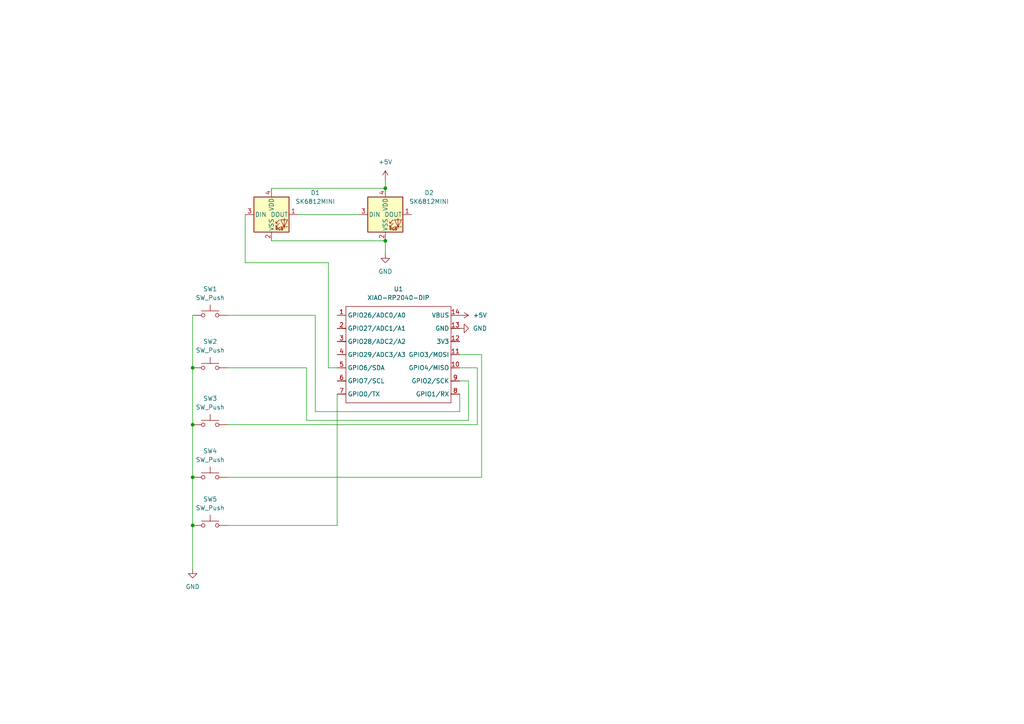
<source format=kicad_sch>
(kicad_sch
	(version 20231120)
	(generator "eeschema")
	(generator_version "8.0")
	(uuid "71bd4eae-b621-4792-984a-f67afe358453")
	(paper "A4")
	(lib_symbols
		(symbol "LED:SK6812MINI"
			(pin_names
				(offset 0.254)
			)
			(exclude_from_sim no)
			(in_bom yes)
			(on_board yes)
			(property "Reference" "D"
				(at 5.08 5.715 0)
				(effects
					(font
						(size 1.27 1.27)
					)
					(justify right bottom)
				)
			)
			(property "Value" "SK6812MINI"
				(at 1.27 -5.715 0)
				(effects
					(font
						(size 1.27 1.27)
					)
					(justify left top)
				)
			)
			(property "Footprint" "LED_SMD:LED_SK6812MINI_PLCC4_3.5x3.5mm_P1.75mm"
				(at 1.27 -7.62 0)
				(effects
					(font
						(size 1.27 1.27)
					)
					(justify left top)
					(hide yes)
				)
			)
			(property "Datasheet" "https://cdn-shop.adafruit.com/product-files/2686/SK6812MINI_REV.01-1-2.pdf"
				(at 2.54 -9.525 0)
				(effects
					(font
						(size 1.27 1.27)
					)
					(justify left top)
					(hide yes)
				)
			)
			(property "Description" "RGB LED with integrated controller"
				(at 0 0 0)
				(effects
					(font
						(size 1.27 1.27)
					)
					(hide yes)
				)
			)
			(property "ki_keywords" "RGB LED NeoPixel Mini addressable"
				(at 0 0 0)
				(effects
					(font
						(size 1.27 1.27)
					)
					(hide yes)
				)
			)
			(property "ki_fp_filters" "LED*SK6812MINI*PLCC*3.5x3.5mm*P1.75mm*"
				(at 0 0 0)
				(effects
					(font
						(size 1.27 1.27)
					)
					(hide yes)
				)
			)
			(symbol "SK6812MINI_0_0"
				(text "RGB"
					(at 2.286 -4.191 0)
					(effects
						(font
							(size 0.762 0.762)
						)
					)
				)
			)
			(symbol "SK6812MINI_0_1"
				(polyline
					(pts
						(xy 1.27 -3.556) (xy 1.778 -3.556)
					)
					(stroke
						(width 0)
						(type default)
					)
					(fill
						(type none)
					)
				)
				(polyline
					(pts
						(xy 1.27 -2.54) (xy 1.778 -2.54)
					)
					(stroke
						(width 0)
						(type default)
					)
					(fill
						(type none)
					)
				)
				(polyline
					(pts
						(xy 4.699 -3.556) (xy 2.667 -3.556)
					)
					(stroke
						(width 0)
						(type default)
					)
					(fill
						(type none)
					)
				)
				(polyline
					(pts
						(xy 2.286 -2.54) (xy 1.27 -3.556) (xy 1.27 -3.048)
					)
					(stroke
						(width 0)
						(type default)
					)
					(fill
						(type none)
					)
				)
				(polyline
					(pts
						(xy 2.286 -1.524) (xy 1.27 -2.54) (xy 1.27 -2.032)
					)
					(stroke
						(width 0)
						(type default)
					)
					(fill
						(type none)
					)
				)
				(polyline
					(pts
						(xy 3.683 -1.016) (xy 3.683 -3.556) (xy 3.683 -4.064)
					)
					(stroke
						(width 0)
						(type default)
					)
					(fill
						(type none)
					)
				)
				(polyline
					(pts
						(xy 4.699 -1.524) (xy 2.667 -1.524) (xy 3.683 -3.556) (xy 4.699 -1.524)
					)
					(stroke
						(width 0)
						(type default)
					)
					(fill
						(type none)
					)
				)
				(rectangle
					(start 5.08 5.08)
					(end -5.08 -5.08)
					(stroke
						(width 0.254)
						(type default)
					)
					(fill
						(type background)
					)
				)
			)
			(symbol "SK6812MINI_1_1"
				(pin output line
					(at 7.62 0 180)
					(length 2.54)
					(name "DOUT"
						(effects
							(font
								(size 1.27 1.27)
							)
						)
					)
					(number "1"
						(effects
							(font
								(size 1.27 1.27)
							)
						)
					)
				)
				(pin power_in line
					(at 0 -7.62 90)
					(length 2.54)
					(name "VSS"
						(effects
							(font
								(size 1.27 1.27)
							)
						)
					)
					(number "2"
						(effects
							(font
								(size 1.27 1.27)
							)
						)
					)
				)
				(pin input line
					(at -7.62 0 0)
					(length 2.54)
					(name "DIN"
						(effects
							(font
								(size 1.27 1.27)
							)
						)
					)
					(number "3"
						(effects
							(font
								(size 1.27 1.27)
							)
						)
					)
				)
				(pin power_in line
					(at 0 7.62 270)
					(length 2.54)
					(name "VDD"
						(effects
							(font
								(size 1.27 1.27)
							)
						)
					)
					(number "4"
						(effects
							(font
								(size 1.27 1.27)
							)
						)
					)
				)
			)
		)
		(symbol "OPL:XIAO-RP2040-DIP"
			(exclude_from_sim no)
			(in_bom yes)
			(on_board yes)
			(property "Reference" "U"
				(at 0 0 0)
				(effects
					(font
						(size 1.27 1.27)
					)
				)
			)
			(property "Value" "XIAO-RP2040-DIP"
				(at 5.334 -1.778 0)
				(effects
					(font
						(size 1.27 1.27)
					)
				)
			)
			(property "Footprint" "Module:MOUDLE14P-XIAO-DIP-SMD"
				(at 14.478 -32.258 0)
				(effects
					(font
						(size 1.27 1.27)
					)
					(hide yes)
				)
			)
			(property "Datasheet" ""
				(at 0 0 0)
				(effects
					(font
						(size 1.27 1.27)
					)
					(hide yes)
				)
			)
			(property "Description" ""
				(at 0 0 0)
				(effects
					(font
						(size 1.27 1.27)
					)
					(hide yes)
				)
			)
			(symbol "XIAO-RP2040-DIP_1_0"
				(polyline
					(pts
						(xy -1.27 -30.48) (xy -1.27 -16.51)
					)
					(stroke
						(width 0.1524)
						(type solid)
					)
					(fill
						(type none)
					)
				)
				(polyline
					(pts
						(xy -1.27 -27.94) (xy -2.54 -27.94)
					)
					(stroke
						(width 0.1524)
						(type solid)
					)
					(fill
						(type none)
					)
				)
				(polyline
					(pts
						(xy -1.27 -24.13) (xy -2.54 -24.13)
					)
					(stroke
						(width 0.1524)
						(type solid)
					)
					(fill
						(type none)
					)
				)
				(polyline
					(pts
						(xy -1.27 -20.32) (xy -2.54 -20.32)
					)
					(stroke
						(width 0.1524)
						(type solid)
					)
					(fill
						(type none)
					)
				)
				(polyline
					(pts
						(xy -1.27 -16.51) (xy -2.54 -16.51)
					)
					(stroke
						(width 0.1524)
						(type solid)
					)
					(fill
						(type none)
					)
				)
				(polyline
					(pts
						(xy -1.27 -16.51) (xy -1.27 -12.7)
					)
					(stroke
						(width 0.1524)
						(type solid)
					)
					(fill
						(type none)
					)
				)
				(polyline
					(pts
						(xy -1.27 -12.7) (xy -2.54 -12.7)
					)
					(stroke
						(width 0.1524)
						(type solid)
					)
					(fill
						(type none)
					)
				)
				(polyline
					(pts
						(xy -1.27 -12.7) (xy -1.27 -8.89)
					)
					(stroke
						(width 0.1524)
						(type solid)
					)
					(fill
						(type none)
					)
				)
				(polyline
					(pts
						(xy -1.27 -8.89) (xy -2.54 -8.89)
					)
					(stroke
						(width 0.1524)
						(type solid)
					)
					(fill
						(type none)
					)
				)
				(polyline
					(pts
						(xy -1.27 -8.89) (xy -1.27 -5.08)
					)
					(stroke
						(width 0.1524)
						(type solid)
					)
					(fill
						(type none)
					)
				)
				(polyline
					(pts
						(xy -1.27 -5.08) (xy -2.54 -5.08)
					)
					(stroke
						(width 0.1524)
						(type solid)
					)
					(fill
						(type none)
					)
				)
				(polyline
					(pts
						(xy -1.27 -5.08) (xy -1.27 -2.54)
					)
					(stroke
						(width 0.1524)
						(type solid)
					)
					(fill
						(type none)
					)
				)
				(polyline
					(pts
						(xy -1.27 -2.54) (xy 29.21 -2.54)
					)
					(stroke
						(width 0.1524)
						(type solid)
					)
					(fill
						(type none)
					)
				)
				(polyline
					(pts
						(xy 29.21 -30.48) (xy -1.27 -30.48)
					)
					(stroke
						(width 0.1524)
						(type solid)
					)
					(fill
						(type none)
					)
				)
				(polyline
					(pts
						(xy 29.21 -12.7) (xy 29.21 -30.48)
					)
					(stroke
						(width 0.1524)
						(type solid)
					)
					(fill
						(type none)
					)
				)
				(polyline
					(pts
						(xy 29.21 -8.89) (xy 29.21 -12.7)
					)
					(stroke
						(width 0.1524)
						(type solid)
					)
					(fill
						(type none)
					)
				)
				(polyline
					(pts
						(xy 29.21 -5.08) (xy 29.21 -8.89)
					)
					(stroke
						(width 0.1524)
						(type solid)
					)
					(fill
						(type none)
					)
				)
				(polyline
					(pts
						(xy 29.21 -2.54) (xy 29.21 -5.08)
					)
					(stroke
						(width 0.1524)
						(type solid)
					)
					(fill
						(type none)
					)
				)
				(polyline
					(pts
						(xy 30.48 -27.94) (xy 29.21 -27.94)
					)
					(stroke
						(width 0.1524)
						(type solid)
					)
					(fill
						(type none)
					)
				)
				(polyline
					(pts
						(xy 30.48 -24.13) (xy 29.21 -24.13)
					)
					(stroke
						(width 0.1524)
						(type solid)
					)
					(fill
						(type none)
					)
				)
				(polyline
					(pts
						(xy 30.48 -20.32) (xy 29.21 -20.32)
					)
					(stroke
						(width 0.1524)
						(type solid)
					)
					(fill
						(type none)
					)
				)
				(polyline
					(pts
						(xy 30.48 -16.51) (xy 29.21 -16.51)
					)
					(stroke
						(width 0.1524)
						(type solid)
					)
					(fill
						(type none)
					)
				)
				(polyline
					(pts
						(xy 30.48 -12.7) (xy 29.21 -12.7)
					)
					(stroke
						(width 0.1524)
						(type solid)
					)
					(fill
						(type none)
					)
				)
				(polyline
					(pts
						(xy 30.48 -8.89) (xy 29.21 -8.89)
					)
					(stroke
						(width 0.1524)
						(type solid)
					)
					(fill
						(type none)
					)
				)
				(polyline
					(pts
						(xy 30.48 -5.08) (xy 29.21 -5.08)
					)
					(stroke
						(width 0.1524)
						(type solid)
					)
					(fill
						(type none)
					)
				)
				(pin passive line
					(at -3.81 -5.08 0)
					(length 2.54)
					(name "GPIO26/ADC0/A0"
						(effects
							(font
								(size 1.27 1.27)
							)
						)
					)
					(number "1"
						(effects
							(font
								(size 1.27 1.27)
							)
						)
					)
				)
				(pin passive line
					(at 31.75 -20.32 180)
					(length 2.54)
					(name "GPIO4/MISO"
						(effects
							(font
								(size 1.27 1.27)
							)
						)
					)
					(number "10"
						(effects
							(font
								(size 1.27 1.27)
							)
						)
					)
				)
				(pin passive line
					(at 31.75 -16.51 180)
					(length 2.54)
					(name "GPIO3/MOSI"
						(effects
							(font
								(size 1.27 1.27)
							)
						)
					)
					(number "11"
						(effects
							(font
								(size 1.27 1.27)
							)
						)
					)
				)
				(pin passive line
					(at 31.75 -12.7 180)
					(length 2.54)
					(name "3V3"
						(effects
							(font
								(size 1.27 1.27)
							)
						)
					)
					(number "12"
						(effects
							(font
								(size 1.27 1.27)
							)
						)
					)
				)
				(pin passive line
					(at 31.75 -8.89 180)
					(length 2.54)
					(name "GND"
						(effects
							(font
								(size 1.27 1.27)
							)
						)
					)
					(number "13"
						(effects
							(font
								(size 1.27 1.27)
							)
						)
					)
				)
				(pin passive line
					(at 31.75 -5.08 180)
					(length 2.54)
					(name "VBUS"
						(effects
							(font
								(size 1.27 1.27)
							)
						)
					)
					(number "14"
						(effects
							(font
								(size 1.27 1.27)
							)
						)
					)
				)
				(pin passive line
					(at -3.81 -8.89 0)
					(length 2.54)
					(name "GPIO27/ADC1/A1"
						(effects
							(font
								(size 1.27 1.27)
							)
						)
					)
					(number "2"
						(effects
							(font
								(size 1.27 1.27)
							)
						)
					)
				)
				(pin passive line
					(at -3.81 -12.7 0)
					(length 2.54)
					(name "GPIO28/ADC2/A2"
						(effects
							(font
								(size 1.27 1.27)
							)
						)
					)
					(number "3"
						(effects
							(font
								(size 1.27 1.27)
							)
						)
					)
				)
				(pin passive line
					(at -3.81 -16.51 0)
					(length 2.54)
					(name "GPIO29/ADC3/A3"
						(effects
							(font
								(size 1.27 1.27)
							)
						)
					)
					(number "4"
						(effects
							(font
								(size 1.27 1.27)
							)
						)
					)
				)
				(pin passive line
					(at -3.81 -20.32 0)
					(length 2.54)
					(name "GPIO6/SDA"
						(effects
							(font
								(size 1.27 1.27)
							)
						)
					)
					(number "5"
						(effects
							(font
								(size 1.27 1.27)
							)
						)
					)
				)
				(pin passive line
					(at -3.81 -24.13 0)
					(length 2.54)
					(name "GPIO7/SCL"
						(effects
							(font
								(size 1.27 1.27)
							)
						)
					)
					(number "6"
						(effects
							(font
								(size 1.27 1.27)
							)
						)
					)
				)
				(pin passive line
					(at -3.81 -27.94 0)
					(length 2.54)
					(name "GPIO0/TX"
						(effects
							(font
								(size 1.27 1.27)
							)
						)
					)
					(number "7"
						(effects
							(font
								(size 1.27 1.27)
							)
						)
					)
				)
				(pin passive line
					(at 31.75 -27.94 180)
					(length 2.54)
					(name "GPIO1/RX"
						(effects
							(font
								(size 1.27 1.27)
							)
						)
					)
					(number "8"
						(effects
							(font
								(size 1.27 1.27)
							)
						)
					)
				)
				(pin passive line
					(at 31.75 -24.13 180)
					(length 2.54)
					(name "GPIO2/SCK"
						(effects
							(font
								(size 1.27 1.27)
							)
						)
					)
					(number "9"
						(effects
							(font
								(size 1.27 1.27)
							)
						)
					)
				)
			)
		)
		(symbol "Switch:SW_Push"
			(pin_numbers hide)
			(pin_names
				(offset 1.016) hide)
			(exclude_from_sim no)
			(in_bom yes)
			(on_board yes)
			(property "Reference" "SW"
				(at 1.27 2.54 0)
				(effects
					(font
						(size 1.27 1.27)
					)
					(justify left)
				)
			)
			(property "Value" "SW_Push"
				(at 0 -1.524 0)
				(effects
					(font
						(size 1.27 1.27)
					)
				)
			)
			(property "Footprint" ""
				(at 0 5.08 0)
				(effects
					(font
						(size 1.27 1.27)
					)
					(hide yes)
				)
			)
			(property "Datasheet" "~"
				(at 0 5.08 0)
				(effects
					(font
						(size 1.27 1.27)
					)
					(hide yes)
				)
			)
			(property "Description" "Push button switch, generic, two pins"
				(at 0 0 0)
				(effects
					(font
						(size 1.27 1.27)
					)
					(hide yes)
				)
			)
			(property "ki_keywords" "switch normally-open pushbutton push-button"
				(at 0 0 0)
				(effects
					(font
						(size 1.27 1.27)
					)
					(hide yes)
				)
			)
			(symbol "SW_Push_0_1"
				(circle
					(center -2.032 0)
					(radius 0.508)
					(stroke
						(width 0)
						(type default)
					)
					(fill
						(type none)
					)
				)
				(polyline
					(pts
						(xy 0 1.27) (xy 0 3.048)
					)
					(stroke
						(width 0)
						(type default)
					)
					(fill
						(type none)
					)
				)
				(polyline
					(pts
						(xy 2.54 1.27) (xy -2.54 1.27)
					)
					(stroke
						(width 0)
						(type default)
					)
					(fill
						(type none)
					)
				)
				(circle
					(center 2.032 0)
					(radius 0.508)
					(stroke
						(width 0)
						(type default)
					)
					(fill
						(type none)
					)
				)
				(pin passive line
					(at -5.08 0 0)
					(length 2.54)
					(name "1"
						(effects
							(font
								(size 1.27 1.27)
							)
						)
					)
					(number "1"
						(effects
							(font
								(size 1.27 1.27)
							)
						)
					)
				)
				(pin passive line
					(at 5.08 0 180)
					(length 2.54)
					(name "2"
						(effects
							(font
								(size 1.27 1.27)
							)
						)
					)
					(number "2"
						(effects
							(font
								(size 1.27 1.27)
							)
						)
					)
				)
			)
		)
		(symbol "power:+5V"
			(power)
			(pin_numbers hide)
			(pin_names
				(offset 0) hide)
			(exclude_from_sim no)
			(in_bom yes)
			(on_board yes)
			(property "Reference" "#PWR"
				(at 0 -3.81 0)
				(effects
					(font
						(size 1.27 1.27)
					)
					(hide yes)
				)
			)
			(property "Value" "+5V"
				(at 0 3.556 0)
				(effects
					(font
						(size 1.27 1.27)
					)
				)
			)
			(property "Footprint" ""
				(at 0 0 0)
				(effects
					(font
						(size 1.27 1.27)
					)
					(hide yes)
				)
			)
			(property "Datasheet" ""
				(at 0 0 0)
				(effects
					(font
						(size 1.27 1.27)
					)
					(hide yes)
				)
			)
			(property "Description" "Power symbol creates a global label with name \"+5V\""
				(at 0 0 0)
				(effects
					(font
						(size 1.27 1.27)
					)
					(hide yes)
				)
			)
			(property "ki_keywords" "global power"
				(at 0 0 0)
				(effects
					(font
						(size 1.27 1.27)
					)
					(hide yes)
				)
			)
			(symbol "+5V_0_1"
				(polyline
					(pts
						(xy -0.762 1.27) (xy 0 2.54)
					)
					(stroke
						(width 0)
						(type default)
					)
					(fill
						(type none)
					)
				)
				(polyline
					(pts
						(xy 0 0) (xy 0 2.54)
					)
					(stroke
						(width 0)
						(type default)
					)
					(fill
						(type none)
					)
				)
				(polyline
					(pts
						(xy 0 2.54) (xy 0.762 1.27)
					)
					(stroke
						(width 0)
						(type default)
					)
					(fill
						(type none)
					)
				)
			)
			(symbol "+5V_1_1"
				(pin power_in line
					(at 0 0 90)
					(length 0)
					(name "~"
						(effects
							(font
								(size 1.27 1.27)
							)
						)
					)
					(number "1"
						(effects
							(font
								(size 1.27 1.27)
							)
						)
					)
				)
			)
		)
		(symbol "power:GND"
			(power)
			(pin_numbers hide)
			(pin_names
				(offset 0) hide)
			(exclude_from_sim no)
			(in_bom yes)
			(on_board yes)
			(property "Reference" "#PWR"
				(at 0 -6.35 0)
				(effects
					(font
						(size 1.27 1.27)
					)
					(hide yes)
				)
			)
			(property "Value" "GND"
				(at 0 -3.81 0)
				(effects
					(font
						(size 1.27 1.27)
					)
				)
			)
			(property "Footprint" ""
				(at 0 0 0)
				(effects
					(font
						(size 1.27 1.27)
					)
					(hide yes)
				)
			)
			(property "Datasheet" ""
				(at 0 0 0)
				(effects
					(font
						(size 1.27 1.27)
					)
					(hide yes)
				)
			)
			(property "Description" "Power symbol creates a global label with name \"GND\" , ground"
				(at 0 0 0)
				(effects
					(font
						(size 1.27 1.27)
					)
					(hide yes)
				)
			)
			(property "ki_keywords" "global power"
				(at 0 0 0)
				(effects
					(font
						(size 1.27 1.27)
					)
					(hide yes)
				)
			)
			(symbol "GND_0_1"
				(polyline
					(pts
						(xy 0 0) (xy 0 -1.27) (xy 1.27 -1.27) (xy 0 -2.54) (xy -1.27 -1.27) (xy 0 -1.27)
					)
					(stroke
						(width 0)
						(type default)
					)
					(fill
						(type none)
					)
				)
			)
			(symbol "GND_1_1"
				(pin power_in line
					(at 0 0 270)
					(length 0)
					(name "~"
						(effects
							(font
								(size 1.27 1.27)
							)
						)
					)
					(number "1"
						(effects
							(font
								(size 1.27 1.27)
							)
						)
					)
				)
			)
		)
	)
	(junction
		(at 55.88 138.43)
		(diameter 0)
		(color 0 0 0 0)
		(uuid "6396dfce-8fc2-4e84-a21c-9687009aa43a")
	)
	(junction
		(at 55.88 123.19)
		(diameter 0)
		(color 0 0 0 0)
		(uuid "7f2bb2a8-be12-4d9c-acab-d4f3b7d92540")
	)
	(junction
		(at 111.76 69.85)
		(diameter 0)
		(color 0 0 0 0)
		(uuid "dd25df88-90e7-44d7-979e-e2238e1e7ba2")
	)
	(junction
		(at 55.88 106.68)
		(diameter 0)
		(color 0 0 0 0)
		(uuid "de41100b-b392-4b62-84de-2cf46deb0586")
	)
	(junction
		(at 111.76 54.61)
		(diameter 0)
		(color 0 0 0 0)
		(uuid "de861cbf-34e8-4af5-92ca-579be9729296")
	)
	(junction
		(at 55.88 152.4)
		(diameter 0)
		(color 0 0 0 0)
		(uuid "f35be79f-9b85-41c9-9116-be86f104e179")
	)
	(wire
		(pts
			(xy 97.79 152.4) (xy 66.04 152.4)
		)
		(stroke
			(width 0)
			(type default)
		)
		(uuid "0166abd2-6cfe-450d-a9bb-debeffe4eac6")
	)
	(wire
		(pts
			(xy 97.79 114.3) (xy 97.79 152.4)
		)
		(stroke
			(width 0)
			(type default)
		)
		(uuid "02a73ee5-c62d-4b6a-89db-51ec88a20f7f")
	)
	(wire
		(pts
			(xy 55.88 91.44) (xy 55.88 106.68)
		)
		(stroke
			(width 0)
			(type default)
		)
		(uuid "14fd9c18-dea0-4752-bdc9-d738a059b54d")
	)
	(wire
		(pts
			(xy 133.35 102.87) (xy 139.7 102.87)
		)
		(stroke
			(width 0)
			(type default)
		)
		(uuid "1834ef3e-ff8e-4c24-85c4-56165bec4a12")
	)
	(wire
		(pts
			(xy 55.88 138.43) (xy 55.88 152.4)
		)
		(stroke
			(width 0)
			(type default)
		)
		(uuid "1a13812c-c977-4904-b92e-95ab8a5d38b1")
	)
	(wire
		(pts
			(xy 139.7 102.87) (xy 139.7 138.43)
		)
		(stroke
			(width 0)
			(type default)
		)
		(uuid "1a9e4a0e-0551-4433-9559-c6ec2603a366")
	)
	(wire
		(pts
			(xy 97.79 106.68) (xy 95.25 106.68)
		)
		(stroke
			(width 0)
			(type default)
		)
		(uuid "25b87e74-a36a-4961-8efd-8459acf7949d")
	)
	(wire
		(pts
			(xy 78.74 69.85) (xy 111.76 69.85)
		)
		(stroke
			(width 0)
			(type default)
		)
		(uuid "2abdf367-6541-46cf-aee3-1cbb7ededcc9")
	)
	(wire
		(pts
			(xy 55.88 106.68) (xy 55.88 123.19)
		)
		(stroke
			(width 0)
			(type default)
		)
		(uuid "2b2523df-9ba7-4ed2-afc3-046e0f7343ac")
	)
	(wire
		(pts
			(xy 91.44 91.44) (xy 66.04 91.44)
		)
		(stroke
			(width 0)
			(type default)
		)
		(uuid "3b9584a1-f9ad-4cd0-ae81-5f1202f518b6")
	)
	(wire
		(pts
			(xy 135.89 121.92) (xy 88.9 121.92)
		)
		(stroke
			(width 0)
			(type default)
		)
		(uuid "3f897c35-df78-4a1d-b810-a9f5c7e5f99e")
	)
	(wire
		(pts
			(xy 138.43 123.19) (xy 138.43 106.68)
		)
		(stroke
			(width 0)
			(type default)
		)
		(uuid "47370b1a-9ca4-49d7-88d3-15bc7e363fdc")
	)
	(wire
		(pts
			(xy 78.74 54.61) (xy 111.76 54.61)
		)
		(stroke
			(width 0)
			(type default)
		)
		(uuid "4ab47eab-fa00-435a-9697-47d50ba2a6b5")
	)
	(wire
		(pts
			(xy 88.9 106.68) (xy 66.04 106.68)
		)
		(stroke
			(width 0)
			(type default)
		)
		(uuid "4efa762b-5c09-4f31-a40e-c8cd437a538a")
	)
	(wire
		(pts
			(xy 135.89 110.49) (xy 135.89 121.92)
		)
		(stroke
			(width 0)
			(type default)
		)
		(uuid "6124c367-4c95-4d47-9587-db753edc2d89")
	)
	(wire
		(pts
			(xy 95.25 76.2) (xy 71.12 76.2)
		)
		(stroke
			(width 0)
			(type default)
		)
		(uuid "661f6f63-91e6-4224-88dd-315585174693")
	)
	(wire
		(pts
			(xy 111.76 52.07) (xy 111.76 54.61)
		)
		(stroke
			(width 0)
			(type default)
		)
		(uuid "78f144ff-7d36-4bb5-be1a-dc651dc89696")
	)
	(wire
		(pts
			(xy 55.88 123.19) (xy 55.88 138.43)
		)
		(stroke
			(width 0)
			(type default)
		)
		(uuid "81147cf7-8c7d-4ecf-a199-ab38e2b50f85")
	)
	(wire
		(pts
			(xy 66.04 123.19) (xy 138.43 123.19)
		)
		(stroke
			(width 0)
			(type default)
		)
		(uuid "84c3427d-1426-4f8f-a803-d2c7ccdba4dc")
	)
	(wire
		(pts
			(xy 138.43 106.68) (xy 133.35 106.68)
		)
		(stroke
			(width 0)
			(type default)
		)
		(uuid "8a367145-eeb1-4dd1-b305-962bb1bc4a58")
	)
	(wire
		(pts
			(xy 91.44 119.38) (xy 91.44 91.44)
		)
		(stroke
			(width 0)
			(type default)
		)
		(uuid "8c37e620-f7ca-4e50-a8fa-f3ae1136a2d4")
	)
	(wire
		(pts
			(xy 86.36 62.23) (xy 104.14 62.23)
		)
		(stroke
			(width 0)
			(type default)
		)
		(uuid "8fcd9933-79e2-44aa-9706-6c69081e2142")
	)
	(wire
		(pts
			(xy 88.9 121.92) (xy 88.9 106.68)
		)
		(stroke
			(width 0)
			(type default)
		)
		(uuid "98acfdbb-3617-4adf-b95c-d1f2ca9b2484")
	)
	(wire
		(pts
			(xy 133.35 114.3) (xy 133.35 119.38)
		)
		(stroke
			(width 0)
			(type default)
		)
		(uuid "ade744c2-e697-497b-90d0-b2098088a1b7")
	)
	(wire
		(pts
			(xy 95.25 106.68) (xy 95.25 76.2)
		)
		(stroke
			(width 0)
			(type default)
		)
		(uuid "b02e6e02-65fa-4c19-accb-371b28d3942d")
	)
	(wire
		(pts
			(xy 139.7 138.43) (xy 66.04 138.43)
		)
		(stroke
			(width 0)
			(type default)
		)
		(uuid "b360b96b-8765-4a89-bdc2-895c890508ac")
	)
	(wire
		(pts
			(xy 133.35 119.38) (xy 91.44 119.38)
		)
		(stroke
			(width 0)
			(type default)
		)
		(uuid "bc08dfc8-d1a9-4a07-841e-74f62fe9f0a1")
	)
	(wire
		(pts
			(xy 133.35 110.49) (xy 135.89 110.49)
		)
		(stroke
			(width 0)
			(type default)
		)
		(uuid "d52061eb-49f6-4355-9622-ff7c38176b4b")
	)
	(wire
		(pts
			(xy 71.12 76.2) (xy 71.12 62.23)
		)
		(stroke
			(width 0)
			(type default)
		)
		(uuid "d6c070b3-748a-4ce2-afcb-e22318c25f21")
	)
	(wire
		(pts
			(xy 55.88 152.4) (xy 55.88 165.1)
		)
		(stroke
			(width 0)
			(type default)
		)
		(uuid "eab5ca3e-d92b-453d-ac55-906cb5b59fcc")
	)
	(wire
		(pts
			(xy 111.76 69.85) (xy 111.76 73.66)
		)
		(stroke
			(width 0)
			(type default)
		)
		(uuid "eeef3b66-0c58-4bfc-92d4-c5c1c257831b")
	)
	(symbol
		(lib_id "Switch:SW_Push")
		(at 60.96 152.4 0)
		(unit 1)
		(exclude_from_sim no)
		(in_bom yes)
		(on_board yes)
		(dnp no)
		(fields_autoplaced yes)
		(uuid "07ffd308-843a-4c74-a584-e9f6a6d659df")
		(property "Reference" "SW5"
			(at 60.96 144.78 0)
			(effects
				(font
					(size 1.27 1.27)
				)
			)
		)
		(property "Value" "SW_Push"
			(at 60.96 147.32 0)
			(effects
				(font
					(size 1.27 1.27)
				)
			)
		)
		(property "Footprint" "hackpad:SW_Cherry_MX_1.00u_PCB"
			(at 60.96 147.32 0)
			(effects
				(font
					(size 1.27 1.27)
				)
				(hide yes)
			)
		)
		(property "Datasheet" "~"
			(at 60.96 147.32 0)
			(effects
				(font
					(size 1.27 1.27)
				)
				(hide yes)
			)
		)
		(property "Description" "Push button switch, generic, two pins"
			(at 60.96 152.4 0)
			(effects
				(font
					(size 1.27 1.27)
				)
				(hide yes)
			)
		)
		(pin "1"
			(uuid "23ad4dc7-5f07-4a0d-b1e1-be2f3d8438b3")
		)
		(pin "2"
			(uuid "8b3f2657-cea1-4ea5-9810-b752057809b3")
		)
		(instances
			(project ""
				(path "/71bd4eae-b621-4792-984a-f67afe358453"
					(reference "SW5")
					(unit 1)
				)
			)
		)
	)
	(symbol
		(lib_id "power:GND")
		(at 133.35 95.25 90)
		(unit 1)
		(exclude_from_sim no)
		(in_bom yes)
		(on_board yes)
		(dnp no)
		(fields_autoplaced yes)
		(uuid "11113767-9e50-43ef-8ca4-b7e766e673f8")
		(property "Reference" "#PWR06"
			(at 139.7 95.25 0)
			(effects
				(font
					(size 1.27 1.27)
				)
				(hide yes)
			)
		)
		(property "Value" "GND"
			(at 137.16 95.2499 90)
			(effects
				(font
					(size 1.27 1.27)
				)
				(justify right)
			)
		)
		(property "Footprint" ""
			(at 133.35 95.25 0)
			(effects
				(font
					(size 1.27 1.27)
				)
				(hide yes)
			)
		)
		(property "Datasheet" ""
			(at 133.35 95.25 0)
			(effects
				(font
					(size 1.27 1.27)
				)
				(hide yes)
			)
		)
		(property "Description" "Power symbol creates a global label with name \"GND\" , ground"
			(at 133.35 95.25 0)
			(effects
				(font
					(size 1.27 1.27)
				)
				(hide yes)
			)
		)
		(pin "1"
			(uuid "c4079c40-9f3e-4c01-a297-6944b484cb4c")
		)
		(instances
			(project ""
				(path "/71bd4eae-b621-4792-984a-f67afe358453"
					(reference "#PWR06")
					(unit 1)
				)
			)
		)
	)
	(symbol
		(lib_id "Switch:SW_Push")
		(at 60.96 138.43 0)
		(unit 1)
		(exclude_from_sim no)
		(in_bom yes)
		(on_board yes)
		(dnp no)
		(fields_autoplaced yes)
		(uuid "25113cf9-78ae-4d59-bdbb-2253160714ff")
		(property "Reference" "SW4"
			(at 60.96 130.81 0)
			(effects
				(font
					(size 1.27 1.27)
				)
			)
		)
		(property "Value" "SW_Push"
			(at 60.96 133.35 0)
			(effects
				(font
					(size 1.27 1.27)
				)
			)
		)
		(property "Footprint" "hackpad:SW_Cherry_MX_1.00u_PCB"
			(at 60.96 133.35 0)
			(effects
				(font
					(size 1.27 1.27)
				)
				(hide yes)
			)
		)
		(property "Datasheet" "~"
			(at 60.96 133.35 0)
			(effects
				(font
					(size 1.27 1.27)
				)
				(hide yes)
			)
		)
		(property "Description" "Push button switch, generic, two pins"
			(at 60.96 138.43 0)
			(effects
				(font
					(size 1.27 1.27)
				)
				(hide yes)
			)
		)
		(pin "2"
			(uuid "2958f1c1-25ba-478d-8d36-c19a9dee6c5a")
		)
		(pin "1"
			(uuid "adc216df-e1b3-4454-b3fe-210865871f11")
		)
		(instances
			(project "hackpad"
				(path "/71bd4eae-b621-4792-984a-f67afe358453"
					(reference "SW4")
					(unit 1)
				)
			)
		)
	)
	(symbol
		(lib_id "LED:SK6812MINI")
		(at 111.76 62.23 0)
		(unit 1)
		(exclude_from_sim no)
		(in_bom yes)
		(on_board yes)
		(dnp no)
		(fields_autoplaced yes)
		(uuid "36093848-c9d3-4af0-9170-762a2b0b08da")
		(property "Reference" "D2"
			(at 124.46 55.9114 0)
			(effects
				(font
					(size 1.27 1.27)
				)
			)
		)
		(property "Value" "SK6812MINI"
			(at 124.46 58.4514 0)
			(effects
				(font
					(size 1.27 1.27)
				)
			)
		)
		(property "Footprint" "hackpad:LED_SK6812MINI_PLCC4_3.5x3.5mm_P1.75mm"
			(at 113.03 69.85 0)
			(effects
				(font
					(size 1.27 1.27)
				)
				(justify left top)
				(hide yes)
			)
		)
		(property "Datasheet" "https://cdn-shop.adafruit.com/product-files/2686/SK6812MINI_REV.01-1-2.pdf"
			(at 114.3 71.755 0)
			(effects
				(font
					(size 1.27 1.27)
				)
				(justify left top)
				(hide yes)
			)
		)
		(property "Description" "RGB LED with integrated controller"
			(at 111.76 62.23 0)
			(effects
				(font
					(size 1.27 1.27)
				)
				(hide yes)
			)
		)
		(pin "2"
			(uuid "eacf5349-78bc-41f5-b607-ebb5ab69be94")
		)
		(pin "1"
			(uuid "40f27164-c529-4358-990f-a33f66cfb755")
		)
		(pin "4"
			(uuid "a97a8ee8-5a44-4004-b28b-3dade89d7bfa")
		)
		(pin "3"
			(uuid "aef490d3-a81e-465e-bd84-7313e1b4ceb6")
		)
		(instances
			(project "hackpad"
				(path "/71bd4eae-b621-4792-984a-f67afe358453"
					(reference "D2")
					(unit 1)
				)
			)
		)
	)
	(symbol
		(lib_id "Switch:SW_Push")
		(at 60.96 91.44 0)
		(unit 1)
		(exclude_from_sim no)
		(in_bom yes)
		(on_board yes)
		(dnp no)
		(fields_autoplaced yes)
		(uuid "4b2ea362-d8e7-4f31-8058-74604421330d")
		(property "Reference" "SW1"
			(at 60.96 83.82 0)
			(effects
				(font
					(size 1.27 1.27)
				)
			)
		)
		(property "Value" "SW_Push"
			(at 60.96 86.36 0)
			(effects
				(font
					(size 1.27 1.27)
				)
			)
		)
		(property "Footprint" "hackpad:SW_Cherry_MX_1.00u_PCB"
			(at 60.96 86.36 0)
			(effects
				(font
					(size 1.27 1.27)
				)
				(hide yes)
			)
		)
		(property "Datasheet" "~"
			(at 60.96 86.36 0)
			(effects
				(font
					(size 1.27 1.27)
				)
				(hide yes)
			)
		)
		(property "Description" "Push button switch, generic, two pins"
			(at 60.96 91.44 0)
			(effects
				(font
					(size 1.27 1.27)
				)
				(hide yes)
			)
		)
		(pin "2"
			(uuid "34c29def-5b29-4a81-9c27-34e28e9fc84e")
		)
		(pin "1"
			(uuid "1ebd2a49-ee6b-4eb5-b6fb-c91e1632ac0d")
		)
		(instances
			(project ""
				(path "/71bd4eae-b621-4792-984a-f67afe358453"
					(reference "SW1")
					(unit 1)
				)
			)
		)
	)
	(symbol
		(lib_id "power:+5V")
		(at 111.76 52.07 0)
		(unit 1)
		(exclude_from_sim no)
		(in_bom yes)
		(on_board yes)
		(dnp no)
		(fields_autoplaced yes)
		(uuid "55ba19aa-0e2f-499f-bbe0-6f1daa0dda1c")
		(property "Reference" "#PWR01"
			(at 111.76 55.88 0)
			(effects
				(font
					(size 1.27 1.27)
				)
				(hide yes)
			)
		)
		(property "Value" "+5V"
			(at 111.76 46.99 0)
			(effects
				(font
					(size 1.27 1.27)
				)
			)
		)
		(property "Footprint" ""
			(at 111.76 52.07 0)
			(effects
				(font
					(size 1.27 1.27)
				)
				(hide yes)
			)
		)
		(property "Datasheet" ""
			(at 111.76 52.07 0)
			(effects
				(font
					(size 1.27 1.27)
				)
				(hide yes)
			)
		)
		(property "Description" "Power symbol creates a global label with name \"+5V\""
			(at 111.76 52.07 0)
			(effects
				(font
					(size 1.27 1.27)
				)
				(hide yes)
			)
		)
		(pin "1"
			(uuid "f717a0fe-d6c2-40e3-b2a6-1b9984489a79")
		)
		(instances
			(project ""
				(path "/71bd4eae-b621-4792-984a-f67afe358453"
					(reference "#PWR01")
					(unit 1)
				)
			)
		)
	)
	(symbol
		(lib_id "OPL:XIAO-RP2040-DIP")
		(at 101.6 86.36 0)
		(unit 1)
		(exclude_from_sim no)
		(in_bom yes)
		(on_board yes)
		(dnp no)
		(fields_autoplaced yes)
		(uuid "67748ba6-7479-42b6-8637-4a5bcd383a2e")
		(property "Reference" "U1"
			(at 115.57 83.82 0)
			(effects
				(font
					(size 1.27 1.27)
				)
			)
		)
		(property "Value" "XIAO-RP2040-DIP"
			(at 115.57 86.36 0)
			(effects
				(font
					(size 1.27 1.27)
				)
			)
		)
		(property "Footprint" "hackpad:XIAO-RP2040-DIP"
			(at 116.078 118.618 0)
			(effects
				(font
					(size 1.27 1.27)
				)
				(hide yes)
			)
		)
		(property "Datasheet" ""
			(at 101.6 86.36 0)
			(effects
				(font
					(size 1.27 1.27)
				)
				(hide yes)
			)
		)
		(property "Description" ""
			(at 101.6 86.36 0)
			(effects
				(font
					(size 1.27 1.27)
				)
				(hide yes)
			)
		)
		(pin "12"
			(uuid "0c5d2382-131c-4864-b886-887eece7d942")
		)
		(pin "11"
			(uuid "3947d72c-aec5-443a-9861-452c0bdda67c")
		)
		(pin "9"
			(uuid "b815cd39-02d8-4c8c-99f9-eac75b72ba1a")
		)
		(pin "4"
			(uuid "3a31d718-3064-4ef9-b167-fa8c3e4de926")
		)
		(pin "13"
			(uuid "153a30a3-1b9c-47a2-a857-23e495bfd720")
		)
		(pin "10"
			(uuid "56037a07-8aba-4572-bed4-68a49604fb49")
		)
		(pin "2"
			(uuid "96f4c880-be3f-401a-aa1e-1a95e3ce63d2")
		)
		(pin "8"
			(uuid "a49cf97e-11cb-462f-ae21-292941f08fdd")
		)
		(pin "5"
			(uuid "abf1be15-e421-42a2-847a-c2037fe041e9")
		)
		(pin "6"
			(uuid "205d8615-5dc7-4ac9-a902-b0102b3afde8")
		)
		(pin "3"
			(uuid "75394d80-3245-45bf-8de7-5f319b879489")
		)
		(pin "14"
			(uuid "adb840ec-717b-48ca-8269-99a354f1f804")
		)
		(pin "7"
			(uuid "72fb40d7-a083-4afb-8fba-b57e59435370")
		)
		(pin "1"
			(uuid "a149b4d8-d906-4dcd-8ecb-a7e467fae8e6")
		)
		(instances
			(project ""
				(path "/71bd4eae-b621-4792-984a-f67afe358453"
					(reference "U1")
					(unit 1)
				)
			)
		)
	)
	(symbol
		(lib_id "power:GND")
		(at 111.76 73.66 0)
		(unit 1)
		(exclude_from_sim no)
		(in_bom yes)
		(on_board yes)
		(dnp no)
		(fields_autoplaced yes)
		(uuid "67ce8ce9-f81c-4bce-98e8-3bcc61195673")
		(property "Reference" "#PWR05"
			(at 111.76 80.01 0)
			(effects
				(font
					(size 1.27 1.27)
				)
				(hide yes)
			)
		)
		(property "Value" "GND"
			(at 111.76 78.74 0)
			(effects
				(font
					(size 1.27 1.27)
				)
			)
		)
		(property "Footprint" ""
			(at 111.76 73.66 0)
			(effects
				(font
					(size 1.27 1.27)
				)
				(hide yes)
			)
		)
		(property "Datasheet" ""
			(at 111.76 73.66 0)
			(effects
				(font
					(size 1.27 1.27)
				)
				(hide yes)
			)
		)
		(property "Description" "Power symbol creates a global label with name \"GND\" , ground"
			(at 111.76 73.66 0)
			(effects
				(font
					(size 1.27 1.27)
				)
				(hide yes)
			)
		)
		(pin "1"
			(uuid "bf5b9a44-9549-4fd8-8493-2d9ed0e120b5")
		)
		(instances
			(project ""
				(path "/71bd4eae-b621-4792-984a-f67afe358453"
					(reference "#PWR05")
					(unit 1)
				)
			)
		)
	)
	(symbol
		(lib_id "power:+5V")
		(at 133.35 91.44 270)
		(unit 1)
		(exclude_from_sim no)
		(in_bom yes)
		(on_board yes)
		(dnp no)
		(fields_autoplaced yes)
		(uuid "bcf49dc9-b5dc-452c-b81b-9f46f1245f0a")
		(property "Reference" "#PWR02"
			(at 129.54 91.44 0)
			(effects
				(font
					(size 1.27 1.27)
				)
				(hide yes)
			)
		)
		(property "Value" "+5V"
			(at 137.16 91.4399 90)
			(effects
				(font
					(size 1.27 1.27)
				)
				(justify left)
			)
		)
		(property "Footprint" ""
			(at 133.35 91.44 0)
			(effects
				(font
					(size 1.27 1.27)
				)
				(hide yes)
			)
		)
		(property "Datasheet" ""
			(at 133.35 91.44 0)
			(effects
				(font
					(size 1.27 1.27)
				)
				(hide yes)
			)
		)
		(property "Description" "Power symbol creates a global label with name \"+5V\""
			(at 133.35 91.44 0)
			(effects
				(font
					(size 1.27 1.27)
				)
				(hide yes)
			)
		)
		(pin "1"
			(uuid "a4287d1c-4bd1-400b-be57-a0dcee61f94e")
		)
		(instances
			(project ""
				(path "/71bd4eae-b621-4792-984a-f67afe358453"
					(reference "#PWR02")
					(unit 1)
				)
			)
		)
	)
	(symbol
		(lib_id "Switch:SW_Push")
		(at 60.96 123.19 0)
		(unit 1)
		(exclude_from_sim no)
		(in_bom yes)
		(on_board yes)
		(dnp no)
		(fields_autoplaced yes)
		(uuid "c9d488f3-2ef9-4568-a746-16c53af05c7e")
		(property "Reference" "SW3"
			(at 60.96 115.57 0)
			(effects
				(font
					(size 1.27 1.27)
				)
			)
		)
		(property "Value" "SW_Push"
			(at 60.96 118.11 0)
			(effects
				(font
					(size 1.27 1.27)
				)
			)
		)
		(property "Footprint" "hackpad:SW_Cherry_MX_1.00u_PCB"
			(at 60.96 118.11 0)
			(effects
				(font
					(size 1.27 1.27)
				)
				(hide yes)
			)
		)
		(property "Datasheet" "~"
			(at 60.96 118.11 0)
			(effects
				(font
					(size 1.27 1.27)
				)
				(hide yes)
			)
		)
		(property "Description" "Push button switch, generic, two pins"
			(at 60.96 123.19 0)
			(effects
				(font
					(size 1.27 1.27)
				)
				(hide yes)
			)
		)
		(pin "2"
			(uuid "70456b2d-c68a-4b15-acbf-e67d7d122a44")
		)
		(pin "1"
			(uuid "057f5e94-72d6-40d1-b67f-b29d745c6ecb")
		)
		(instances
			(project "hackpad"
				(path "/71bd4eae-b621-4792-984a-f67afe358453"
					(reference "SW3")
					(unit 1)
				)
			)
		)
	)
	(symbol
		(lib_id "Switch:SW_Push")
		(at 60.96 106.68 0)
		(unit 1)
		(exclude_from_sim no)
		(in_bom yes)
		(on_board yes)
		(dnp no)
		(fields_autoplaced yes)
		(uuid "dc0a4dbb-012a-432d-80a3-4d4ee0c921ac")
		(property "Reference" "SW2"
			(at 60.96 99.06 0)
			(effects
				(font
					(size 1.27 1.27)
				)
			)
		)
		(property "Value" "SW_Push"
			(at 60.96 101.6 0)
			(effects
				(font
					(size 1.27 1.27)
				)
			)
		)
		(property "Footprint" "hackpad:SW_Cherry_MX_1.00u_PCB"
			(at 60.96 101.6 0)
			(effects
				(font
					(size 1.27 1.27)
				)
				(hide yes)
			)
		)
		(property "Datasheet" "~"
			(at 60.96 101.6 0)
			(effects
				(font
					(size 1.27 1.27)
				)
				(hide yes)
			)
		)
		(property "Description" "Push button switch, generic, two pins"
			(at 60.96 106.68 0)
			(effects
				(font
					(size 1.27 1.27)
				)
				(hide yes)
			)
		)
		(pin "2"
			(uuid "c86bb272-c1db-43d5-960f-4aede2b2dbc5")
		)
		(pin "1"
			(uuid "bddf9b5a-6dd9-46c7-b7b6-e77f712777f6")
		)
		(instances
			(project "hackpad"
				(path "/71bd4eae-b621-4792-984a-f67afe358453"
					(reference "SW2")
					(unit 1)
				)
			)
		)
	)
	(symbol
		(lib_id "power:GND")
		(at 55.88 165.1 0)
		(unit 1)
		(exclude_from_sim no)
		(in_bom yes)
		(on_board yes)
		(dnp no)
		(fields_autoplaced yes)
		(uuid "e2d89b34-f34f-452a-b678-4a5870346f7f")
		(property "Reference" "#PWR04"
			(at 55.88 171.45 0)
			(effects
				(font
					(size 1.27 1.27)
				)
				(hide yes)
			)
		)
		(property "Value" "GND"
			(at 55.88 170.18 0)
			(effects
				(font
					(size 1.27 1.27)
				)
			)
		)
		(property "Footprint" ""
			(at 55.88 165.1 0)
			(effects
				(font
					(size 1.27 1.27)
				)
				(hide yes)
			)
		)
		(property "Datasheet" ""
			(at 55.88 165.1 0)
			(effects
				(font
					(size 1.27 1.27)
				)
				(hide yes)
			)
		)
		(property "Description" "Power symbol creates a global label with name \"GND\" , ground"
			(at 55.88 165.1 0)
			(effects
				(font
					(size 1.27 1.27)
				)
				(hide yes)
			)
		)
		(pin "1"
			(uuid "6c2b859c-b140-4427-b6de-33709ca7906a")
		)
		(instances
			(project ""
				(path "/71bd4eae-b621-4792-984a-f67afe358453"
					(reference "#PWR04")
					(unit 1)
				)
			)
		)
	)
	(symbol
		(lib_id "LED:SK6812MINI")
		(at 78.74 62.23 0)
		(unit 1)
		(exclude_from_sim no)
		(in_bom yes)
		(on_board yes)
		(dnp no)
		(fields_autoplaced yes)
		(uuid "feefc6fa-acac-4d17-abb9-6aef5233a09e")
		(property "Reference" "D1"
			(at 91.44 55.9114 0)
			(effects
				(font
					(size 1.27 1.27)
				)
			)
		)
		(property "Value" "SK6812MINI"
			(at 91.44 58.4514 0)
			(effects
				(font
					(size 1.27 1.27)
				)
			)
		)
		(property "Footprint" "hackpad:LED_SK6812MINI_PLCC4_3.5x3.5mm_P1.75mm"
			(at 80.01 69.85 0)
			(effects
				(font
					(size 1.27 1.27)
				)
				(justify left top)
				(hide yes)
			)
		)
		(property "Datasheet" "https://cdn-shop.adafruit.com/product-files/2686/SK6812MINI_REV.01-1-2.pdf"
			(at 81.28 71.755 0)
			(effects
				(font
					(size 1.27 1.27)
				)
				(justify left top)
				(hide yes)
			)
		)
		(property "Description" "RGB LED with integrated controller"
			(at 78.74 62.23 0)
			(effects
				(font
					(size 1.27 1.27)
				)
				(hide yes)
			)
		)
		(pin "2"
			(uuid "a559aeee-a16d-44ad-9120-756c7879bac7")
		)
		(pin "1"
			(uuid "1a29d9e8-9455-4ec2-98a6-b537417eb7ba")
		)
		(pin "4"
			(uuid "32ebe75e-949f-487f-96ec-48ee7619e20a")
		)
		(pin "3"
			(uuid "254fc6a6-02d2-4f6a-a7cf-fea82499db66")
		)
		(instances
			(project ""
				(path "/71bd4eae-b621-4792-984a-f67afe358453"
					(reference "D1")
					(unit 1)
				)
			)
		)
	)
	(sheet_instances
		(path "/"
			(page "1")
		)
	)
)

</source>
